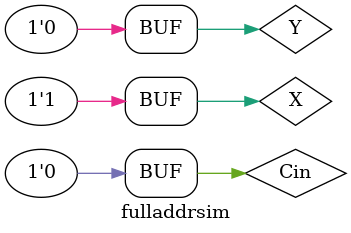
<source format=v>
module fulladdrsim(

    );
    
    reg X,Y,Cin;
    wire Cout, Sum;
    
    fulladdr dut(.X(X),.Y(Y),.Cin(Cin),.Cout(Cout),.Sum(Sum));
    
    initial
    begin
    
    X = 1;
    Y = 0;
    Cin = 1;
    #10;
    
    X = 1;
    Y = 1;
    Cin = 1;
    #10;
    
    X = 0;
    Y = 1;
    Cin = 1;
    #10;
    
    X = 1;
    Y = 0;
    Cin = 0;
    #10;
    end
endmodule

</source>
